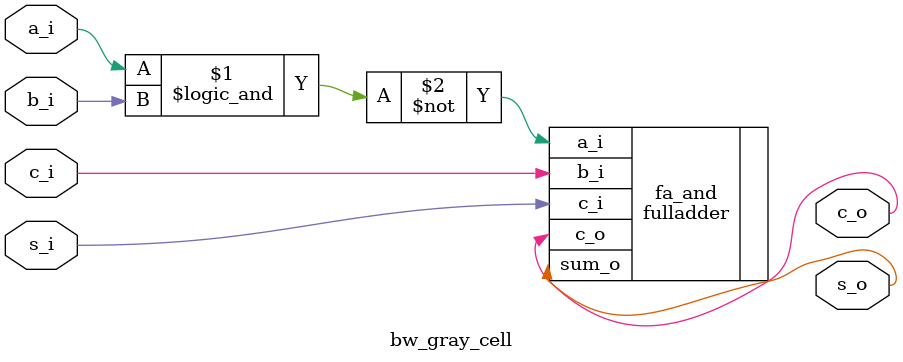
<source format=sv>


module bw_gray_cell (
    input   logic a_i,
    input   logic b_i,
    input   logic c_i,
    input   logic s_i,
    output  logic s_o,
    output  logic c_o
  );

  fulladder fa_and (
    .a_i   ( ~(a_i && b_i)  ),
    .b_i   ( c_i            ),
    .c_i   ( s_i            ),
    .sum_o ( s_o            ),
    .c_o   ( c_o            )
  );

endmodule
</source>
